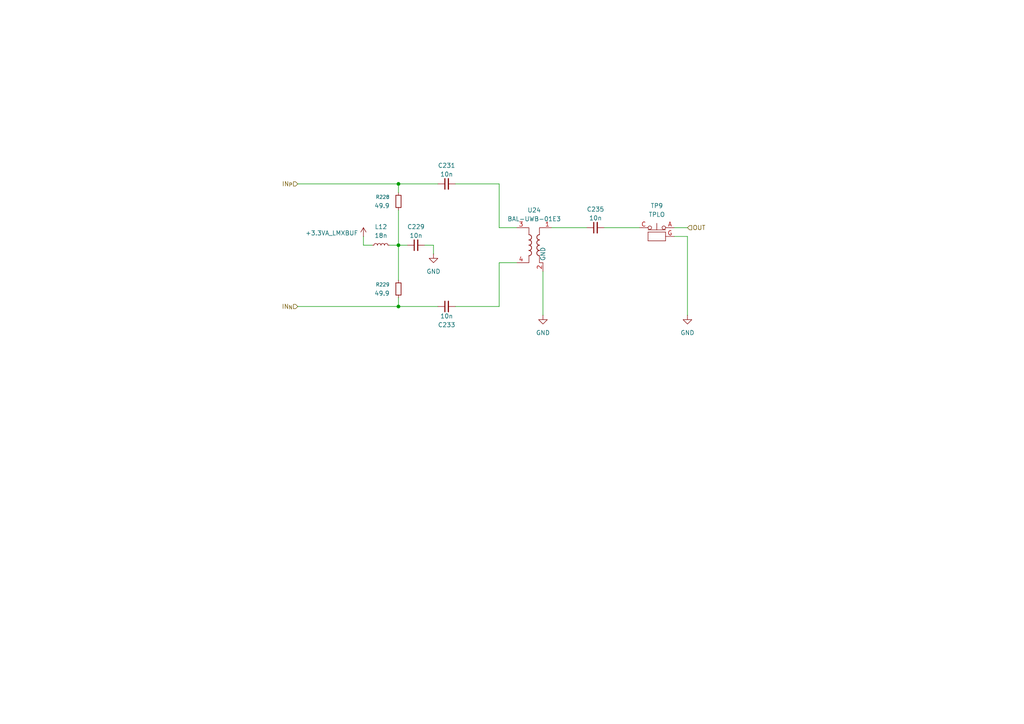
<source format=kicad_sch>
(kicad_sch (version 20250114) (generator "eeschema") (generator_version "9.0")
  (paper "A4")
  (lib_symbols
    (symbol "Connector:CoaxialSwitch_Testpoint" (pin_names (offset 1.016) (hide yes))
      (property "Reference" "TP" (at 0 -3.81 0))
      (property "Value" "CoaxialSwitch_Testpoint" (at 0 3.81 0))
      (symbol "CoaxialSwitch_Testpoint_0_1"
        (rectangle (start -2.54 0) (end -2.54 -2.54))
        (rectangle (start -2.54 -2.54) (end 2.54 -2.54))
        (rectangle (start 2.54 0) (end -2.54 0))
        (rectangle (start 2.54 0) (end 2.54 -2.54))
      )
      (symbol "CoaxialSwitch_Testpoint_1_1"
        (polyline (pts (xy -2.54 0.635) (xy 2.54 0.635)))
        (circle (center -2.032 1.27) (radius 0.508))
        (polyline (pts (xy 0 0.635) (xy 0 2.54)))
        (circle (center 2.032 1.27) (radius 0.508))
        (pin passive line (at -5.08 1.27 0) (length 2.54) (name "C") (number "C"))
        (pin passive line (at 5.08 1.27 180) (length 2.54) (name "A") (number "A"))
        (pin passive line (at 5.08 -1.27 180) (length 2.54) (name "G") (number "G"))
      )
    )
    (symbol "Device:C_Small" (pin_numbers (hide yes)) (pin_names (offset 0.254) (hide yes))
      (property "Reference" "C" (at 0.254 1.778 0))
      (property "Value" "C_Small" (at 0.254 -2.032 0))
      (symbol "C_Small_0_1"
        (polyline (pts (xy -1.524 0.508) (xy 1.524 0.508)) (stroke (width 0.3048)))
        (polyline (pts (xy -1.524 -0.508) (xy 1.524 -0.508)) (stroke (width 0.3302)))
      )
      (symbol "C_Small_1_1"
        (pin passive line (at 0 2.54 270) (length 2.032) (name "~") (number "1"))
        (pin passive line (at 0 -2.54 90) (length 2.032) (name "~") (number "2"))
      )
    )
    (symbol "Device:L_Small" (pin_numbers (hide yes)) (pin_names (offset 0.254) (hide yes))
      (property "Reference" "L" (at 0.762 1.016 0))
      (property "Value" "L_Small" (at 0.762 -1.016 0))
      (symbol "L_Small_0_1"
        (arc (start 0 2.032) (mid 0.5058 1.524) (end 0 1.016))
        (arc (start 0 1.016) (mid 0.5058 0.508) (end 0 0))
        (arc (start 0 0) (mid 0.5058 -0.508) (end 0 -1.016))
        (arc (start 0 -1.016) (mid 0.5058 -1.524) (end 0 -2.032))
      )
      (symbol "L_Small_1_1"
        (pin passive line (at 0 2.54 270) (length 0.508) (name "~") (number "1"))
        (pin passive line (at 0 -2.54 90) (length 0.508) (name "~") (number "2"))
      )
    )
    (symbol "Device:R_Small" (pin_numbers (hide yes)) (pin_names (offset 0.254) (hide yes))
      (property "Reference" "R" (at 0 0 90))
      (property "Value" "R_Small" (at 1.778 0 90))
      (symbol "R_Small_0_1"
        (rectangle (start -0.762 1.778) (end 0.762 -1.778) (stroke (width 0.2032)))
      )
      (symbol "R_Small_1_1"
        (pin passive line (at 0 2.54 270) (length 0.762) (name "~") (number "1"))
        (pin passive line (at 0 -2.54 90) (length 0.762) (name "~") (number "2"))
      )
    )
    (symbol "huskylib:BAL-UWB-01e3"
      (property "Reference" "U" (at 0 6.35 0))
      (property "Value" "BAL-UWB-01E3" (at 9.144 -7.112 0))
      (symbol "BAL-UWB-01e3_1_1"
        (polyline (pts (xy -2.54 5.08) (xy -1.524 5.08) (xy -1.524 3.048)) (stroke (width 0.1524)))
        (arc (start -1.524 3.048) (mid -0.7653 2.286) (end -1.524 1.524) (stroke (width 0.2032)))
        (arc (start -1.524 1.524) (mid -0.7653 0.762) (end -1.524 0) (stroke (width 0.2032)))
        (arc (start -1.524 0) (mid -0.7653 -0.762) (end -1.524 -1.524) (stroke (width 0.2032)))
        (arc (start -1.524 -1.524) (mid -0.7653 -2.286) (end -1.524 -3.048) (stroke (width 0.2032)))
        (polyline (pts (xy -1.524 -3.048) (xy -1.524 -5.08) (xy -2.54 -5.08)) (stroke (width 0.1524)))
        (polyline (pts (xy 1.524 3.048) (xy 1.524 5.08) (xy 2.54 5.08)) (stroke (width 0.1524)))
        (arc (start 1.524 1.524) (mid 0.7653 2.286) (end 1.524 3.048) (stroke (width 0.2032)))
        (arc (start 1.524 0) (mid 0.7653 0.762) (end 1.524 1.524) (stroke (width 0.2032)))
        (arc (start 1.524 -1.524) (mid 0.7653 -0.762) (end 1.524 0) (stroke (width 0.2032)))
        (arc (start 1.524 -3.048) (mid 0.7653 -2.286) (end 1.524 -1.524) (stroke (width 0.2032)))
        (polyline (pts (xy 2.54 -5.08) (xy 1.524 -5.08) (xy 1.524 -3.048)) (stroke (width 0.1524)))
        (pin passive line (at -5.08 5.08 0) (length 2.54) (name "~") (number "1"))
        (pin power_in line (at -2.54 -7.62 90) (length 2.54) (name "GND") (number "2"))
        (pin passive line (at -2.54 -7.62 90) (length 2.54) (hide yes) (name "GND") (number "5"))
        (pin passive line (at 5.08 5.08 180) (length 2.54) (name "~") (number "3"))
        (pin passive line (at 5.08 -5.08 180) (length 2.54) (name "~") (number "4"))
      )
    )
    (symbol "power:+3.3V" (power) (pin_numbers (hide yes)) (pin_names (offset 0) (hide yes))
      (property "Value" "+3.3V" (at 0 3.556 0))
      (symbol "+3.3V_0_1"
        (polyline (pts (xy -0.762 1.27) (xy 0 2.54)))
        (polyline (pts (xy 0 2.54) (xy 0.762 1.27)))
        (polyline (pts (xy 0 0) (xy 0 2.54)))
      )
      (symbol "+3.3V_1_1"
        (pin power_in line (at 0 0 90) (length 0) (name "~") (number "1"))
      )
    )
    (symbol "power:GND" (power) (pin_numbers (hide yes)) (pin_names (offset 0) (hide yes))
      (property "Value" "GND" (at 0 -3.81 0))
      (symbol "GND_0_1"
        (polyline (pts (xy 0 0) (xy 0 -1.27) (xy 1.27 -1.27) (xy 0 -2.54) (xy -1.27 -1.27) (xy 0 -1.27)))
      )
      (symbol "GND_1_1"
        (pin power_in line (at 0 0 270) (length 0) (name "~") (number "1"))
      )
    )
  )
  (junction (at 115.57 53.34))
  (junction (at 115.57 71.12))
  (junction (at 115.57 88.9))
  (wire (pts (xy 86.36 53.34) (xy 115.57 53.34)))
  (wire (pts (xy 86.36 88.9) (xy 115.57 88.9)))
  (wire (pts (xy 105.41 68.58) (xy 105.41 71.12)))
  (wire (pts (xy 144.78 76.2) (xy 149.86 76.2)))
  (wire (pts (xy 115.57 71.12) (xy 115.57 81.28)))
  (wire (pts (xy 113.03 71.12) (xy 115.57 71.12)))
  (wire (pts (xy 115.57 88.9) (xy 127 88.9)))
  (wire (pts (xy 115.57 71.12) (xy 118.11 71.12)))
  (wire (pts (xy 157.48 78.74) (xy 157.48 91.44)))
  (wire (pts (xy 132.08 53.34) (xy 144.78 53.34)))
  (wire (pts (xy 132.08 88.9) (xy 144.78 88.9)))
  (wire (pts (xy 115.57 53.34) (xy 115.57 55.88)))
  (wire (pts (xy 115.57 60.96) (xy 115.57 71.12)))
  (wire (pts (xy 199.39 68.58) (xy 195.58 68.58)))
  (wire (pts (xy 144.78 88.9) (xy 144.78 76.2)))
  (wire (pts (xy 115.57 86.36) (xy 115.57 88.9)))
  (wire (pts (xy 144.78 66.04) (xy 144.78 53.34)))
  (wire (pts (xy 125.73 71.12) (xy 125.73 73.66)))
  (wire (pts (xy 175.26 66.04) (xy 185.42 66.04)))
  (wire (pts (xy 123.19 71.12) (xy 125.73 71.12)))
  (wire (pts (xy 160.02 66.04) (xy 170.18 66.04)))
  (wire (pts (xy 195.58 66.04) (xy 199.39 66.04)))
  (wire (pts (xy 115.57 53.34) (xy 127 53.34)))
  (wire (pts (xy 199.39 68.58) (xy 199.39 91.44)))
  (wire (pts (xy 149.86 66.04) (xy 144.78 66.04)))
  (wire (pts (xy 105.41 71.12) (xy 107.95 71.12)))
  (hierarchical_label "IN_{N}" (shape input) (at 86.36 88.9 180))
  (hierarchical_label "IN_{P}" (shape input) (at 86.36 53.34 180))
  (hierarchical_label "OUT" (shape input) (at 199.39 66.04 0))
  (symbol (lib_id "Device:C_Small") (at 172.72 66.04 90) (unit 1)
    (property "Reference" "C234" (at 172.72 60.706 90))
    (property "Value" "10n" (at 172.72 63.246 90))
    (property "Description" "Unpolarized capacitor, small symbol" (effects (hide yes)))
    (instances (project "huskypointofload" (path "" (reference "C235") (unit 1)) (path "" (reference "C234") (unit 1))))
  )
  (symbol (lib_id "Device:C_Small") (at 120.65 71.12 90) (unit 1)
    (property "Reference" "C228" (at 120.65 65.786 90))
    (property "Value" "10n" (at 120.65 68.326 90))
    (property "Description" "Unpolarized capacitor, small symbol" (effects (hide yes)))
    (instances (project "huskypointofload" (path "" (reference "C229") (unit 1)) (path "" (reference "C228") (unit 1))))
  )
  (symbol (lib_id "Device:R_Small") (at 115.57 83.82 0) (unit 1)
    (property "Reference" "R95" (at 113.03 82.5499 0) (effects (font (size 1.016 1.016)) (justify right)))
    (property "Value" "49.9" (at 113.03 85.0899 0) (effects (justify right)))
    (property "Description" "Resistor, small symbol" (effects (hide yes)))
    (instances (project "huskypointofload" (path "" (reference "R229") (unit 1)) (path "" (reference "R95") (unit 1))))
  )
  (symbol (lib_id "power:GND") (at 125.73 73.66 0) (unit 1)
    (property "Reference" "#PWR0224" (effects (hide yes)))
    (property "Value" "GND" (at 125.73 78.74 0))
    (property "Description" "Power symbol creates a global label with name \"GND\" , ground" (effects (hide yes)))
    (instances (project "huskypointofload" (path "" (reference "#PWR0244") (unit 1)) (path "" (reference "#PWR0224") (unit 1))))
  )
  (symbol (lib_id "Device:R_Small") (at 115.57 58.42 0) (unit 1)
    (property "Reference" "R94" (at 113.03 57.1499 0) (effects (font (size 1.016 1.016)) (justify right)))
    (property "Value" "49.9" (at 113.03 59.6899 0) (effects (justify right)))
    (property "Description" "Resistor, small symbol" (effects (hide yes)))
    (instances (project "huskypointofload" (path "" (reference "R228") (unit 1)) (path "" (reference "R94") (unit 1))))
  )
  (symbol (lib_id "Device:L_Small") (at 110.49 71.12 90) (unit 1)
    (property "Reference" "L11" (at 110.49 65.786 90))
    (property "Value" "18n" (at 110.49 68.326 90))
    (property "Description" "Inductor, small symbol" (effects (hide yes)))
    (instances (project "huskypointofload" (path "" (reference "L12") (unit 1)) (path "" (reference "L11") (unit 1))))
  )
  (symbol (lib_id "power:+3.3V") (at 105.41 68.58 0) (unit 1)
    (property "Reference" "#PWR0145" (effects (hide yes)))
    (property "Value" "+3.3VA_LMXBUF" (at 103.886 68.326 0) (effects (justify right bottom)))
    (property "Description" "Power symbol creates a global label with name \"+3.3V\"" (effects (hide yes)))
    (instances (project "huskypointofload" (path "" (reference "#PWR0243") (unit 1)) (path "" (reference "#PWR0145") (unit 1))))
  )
  (symbol (lib_id "huskylib:BAL-UWB-01e3") (at 154.94 71.12 0) (mirror y) (unit 1)
    (property "Reference" "U23" (at 154.94 60.96 0))
    (property "Value" "BAL-UWB-01E3" (at 154.94 63.5 0))
    (property "Datasheet" "https://www.st.com/resource/en/datasheet/dm00553075.pdf" (effects (hide yes)))
    (property "Description" "BALUN FOR UWB 3HGZ TO 8GHZ" (effects (hide yes)))
    (instances (project "huskypointofload" (path "" (reference "U24") (unit 1)) (path "" (reference "U23") (unit 1))))
  )
  (symbol (lib_id "power:GND") (at 157.48 91.44 0) (unit 1)
    (property "Reference" "#PWR0229" (effects (hide yes)))
    (property "Value" "GND" (at 157.48 96.52 0))
    (property "Description" "Power symbol creates a global label with name \"GND\" , ground" (effects (hide yes)))
    (instances (project "huskypointofload" (path "" (reference "#PWR0245") (unit 1)) (path "" (reference "#PWR0229") (unit 1))))
  )
  (symbol (lib_id "Device:C_Small") (at 129.54 88.9 90) (mirror x) (unit 1)
    (property "Reference" "C232" (at 129.54 94.234 90))
    (property "Value" "10n" (at 129.54 91.694 90))
    (property "Description" "Unpolarized capacitor, small symbol" (effects (hide yes)))
    (instances (project "huskypointofload" (path "" (reference "C233") (unit 1)) (path "" (reference "C232") (unit 1))))
  )
  (symbol (lib_id "Connector:CoaxialSwitch_Testpoint") (at 190.5 67.31 0) (unit 1)
    (property "Reference" "TP9" (at 190.5 59.69 0))
    (property "Value" "TPLO" (at 190.5 62.23 0))
    (property "Footprint" "Connector_Coaxial:CoaxialSwitch_Hirose_MS-156C3_Horizontal" (effects (hide yes)))
    (property "Description" "Subminiature Coaxial Switch testpoint" (effects (hide yes)))
  )
  (symbol (lib_id "power:GND") (at 199.39 91.44 0) (unit 1)
    (property "Reference" "#PWR0246" (effects (hide yes)))
    (property "Value" "GND" (at 199.39 96.52 0))
    (property "Description" "Power symbol creates a global label with name \"GND\" , ground" (effects (hide yes)))
    (instances (project "huskypointofload" (path "" (reference "#PWR0247") (unit 1)) (path "" (reference "#PWR0246") (unit 1))))
  )
  (symbol (lib_id "Device:C_Small") (at 129.54 53.34 90) (unit 1)
    (property "Reference" "C230" (at 129.54 48.006 90))
    (property "Value" "10n" (at 129.54 50.546 90))
    (property "Description" "Unpolarized capacitor, small symbol" (effects (hide yes)))
    (instances (project "huskypointofload" (path "" (reference "C231") (unit 1)) (path "" (reference "C230") (unit 1))))
  )
)
</source>
